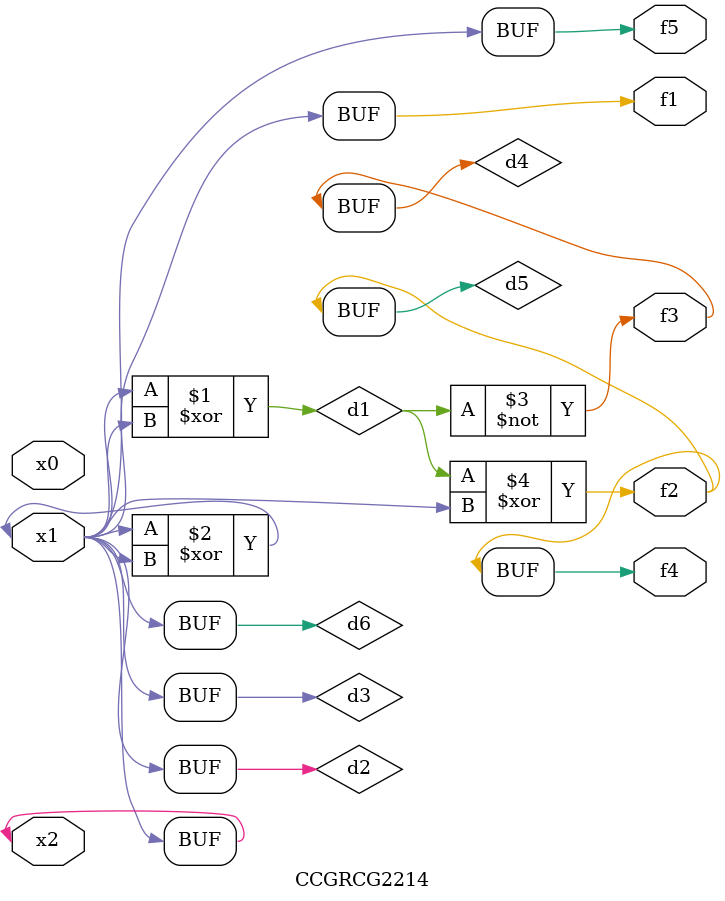
<source format=v>
module CCGRCG2214(
	input x0, x1, x2,
	output f1, f2, f3, f4, f5
);

	wire d1, d2, d3, d4, d5, d6;

	xor (d1, x1, x2);
	buf (d2, x1, x2);
	xor (d3, x1, x2);
	nor (d4, d1);
	xor (d5, d1, d2);
	buf (d6, d2, d3);
	assign f1 = d6;
	assign f2 = d5;
	assign f3 = d4;
	assign f4 = d5;
	assign f5 = d6;
endmodule

</source>
